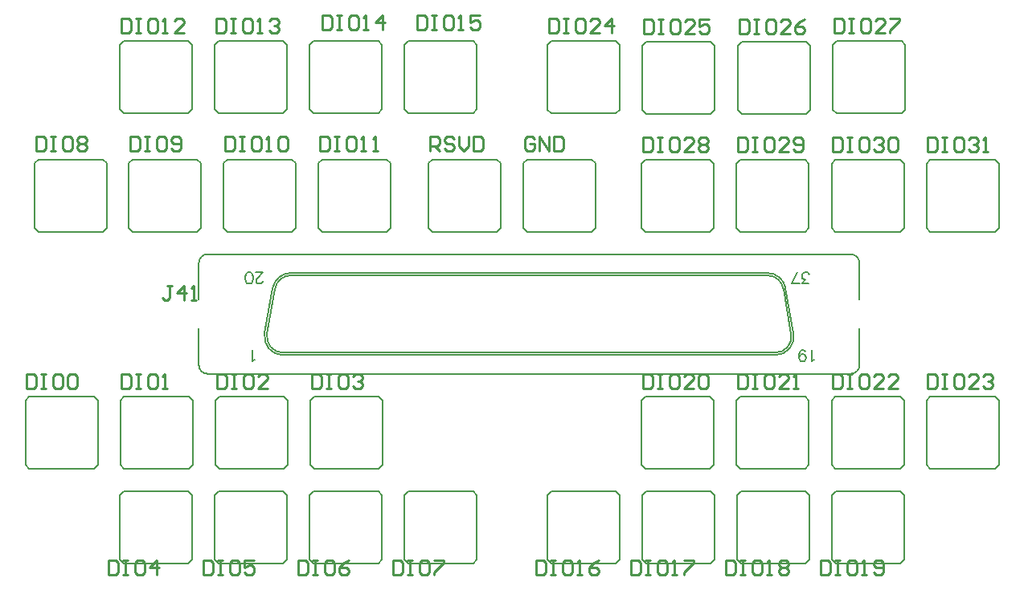
<source format=gto>
G04*
G04 #@! TF.GenerationSoftware,Altium Limited,Altium Designer,19.1.5 (86)*
G04*
G04 Layer_Color=65535*
%FSLAX25Y25*%
%MOIN*%
G70*
G01*
G75*
%ADD10C,0.00787*%
%ADD11C,0.01000*%
D10*
X-104053Y-115470D02*
G03*
X-110651Y-109934I-6598J-1164D01*
G01*
X-107351Y-142034D02*
G03*
X-100753Y-134170I0J6700D01*
G01*
X-318140D02*
G03*
X-311542Y-142034I6598J-1164D01*
G01*
X-308242Y-109934D02*
G03*
X-314840Y-115470I0J-6700D01*
G01*
X-103068Y-115296D02*
G03*
X-110651Y-108934I-7583J-1338D01*
G01*
X-107351Y-143034D02*
G03*
X-99768Y-133996I0J7700D01*
G01*
X-319124D02*
G03*
X-311542Y-143034I7583J-1338D01*
G01*
X-308242Y-108934D02*
G03*
X-315824Y-115296I0J-7700D01*
G01*
X-75995Y-150784D02*
G03*
X-72495Y-147284I0J3500D01*
G01*
Y-104684D02*
G03*
X-75995Y-101184I-3500J-0D01*
G01*
X-342897Y-101184D02*
G03*
X-346397Y-104684I0J-3500D01*
G01*
X-346397Y-147284D02*
G03*
X-342897Y-150784I3500J0D01*
G01*
X-259449Y-199567D02*
X-232677D01*
Y-229567D02*
X-231063Y-227953D01*
X-261063D02*
Y-201181D01*
Y-227953D02*
X-259449Y-229567D01*
X-232677Y-199567D02*
X-231063Y-201181D01*
X-261063D02*
X-259449Y-199567D01*
Y-229567D02*
X-232677D01*
X-231063Y-227953D02*
Y-201181D01*
X-93425Y-188740D02*
Y-161968D01*
X-121811Y-190354D02*
X-95039D01*
X-123425Y-161968D02*
X-121811Y-160354D01*
X-95039D02*
X-93425Y-161968D01*
X-123425Y-188740D02*
X-121811Y-190354D01*
X-123425Y-188740D02*
Y-161968D01*
X-95039Y-190354D02*
X-93425Y-188740D01*
X-121811Y-160354D02*
X-95039D01*
X-53425Y-41102D02*
Y-14331D01*
X-81811Y-42716D02*
X-55039D01*
X-83425Y-14331D02*
X-81811Y-12716D01*
X-55039D02*
X-53425Y-14331D01*
X-83425Y-41102D02*
X-81811Y-42716D01*
X-83425Y-41102D02*
Y-14331D01*
X-55039Y-42716D02*
X-53425Y-41102D01*
X-81811Y-12716D02*
X-55039D01*
X-53898Y-227953D02*
Y-201181D01*
X-82284Y-229567D02*
X-55512D01*
X-83898Y-201181D02*
X-82284Y-199567D01*
X-55512D02*
X-53898Y-201181D01*
X-83898Y-227953D02*
X-82284Y-229567D01*
X-83898Y-227953D02*
Y-201181D01*
X-55512Y-229567D02*
X-53898Y-227953D01*
X-82284Y-199567D02*
X-55512D01*
X-93268Y-227953D02*
Y-201181D01*
X-121653Y-229567D02*
X-94882D01*
X-123268Y-201181D02*
X-121653Y-199567D01*
X-94882D02*
X-93268Y-201181D01*
X-123268Y-227953D02*
X-121653Y-229567D01*
X-123268Y-227953D02*
Y-201181D01*
X-94882Y-229567D02*
X-93268Y-227953D01*
X-121653Y-199567D02*
X-94882D01*
X-132638Y-227953D02*
Y-201181D01*
X-161024Y-229567D02*
X-134252D01*
X-162638Y-201181D02*
X-161024Y-199567D01*
X-134252D02*
X-132638Y-201181D01*
X-162638Y-227953D02*
X-161024Y-229567D01*
X-162638Y-227953D02*
Y-201181D01*
X-134252Y-229567D02*
X-132638Y-227953D01*
X-161024Y-199567D02*
X-134252D01*
X-172008Y-227953D02*
Y-201181D01*
X-200394Y-229567D02*
X-173622D01*
X-202008Y-201181D02*
X-200394Y-199567D01*
X-173622D02*
X-172008Y-201181D01*
X-202008Y-227953D02*
X-200394Y-229567D01*
X-202008Y-227953D02*
Y-201181D01*
X-173622Y-229567D02*
X-172008Y-227953D01*
X-200394Y-199567D02*
X-173622D01*
X-270433Y-227953D02*
Y-201181D01*
X-298819Y-229567D02*
X-272047D01*
X-300433Y-201181D02*
X-298819Y-199567D01*
X-272047D02*
X-270433Y-201181D01*
X-300433Y-227953D02*
X-298819Y-229567D01*
X-300433Y-227953D02*
Y-201181D01*
X-272047Y-229567D02*
X-270433Y-227953D01*
X-298819Y-199567D02*
X-272047D01*
X-309803Y-227953D02*
Y-201181D01*
X-338189Y-229567D02*
X-311417D01*
X-339803Y-201181D02*
X-338189Y-199567D01*
X-311417D02*
X-309803Y-201181D01*
X-339803Y-227953D02*
X-338189Y-229567D01*
X-339803Y-227953D02*
Y-201181D01*
X-311417Y-229567D02*
X-309803Y-227953D01*
X-338189Y-199567D02*
X-311417D01*
X-349173Y-227953D02*
Y-201181D01*
X-377559Y-229567D02*
X-350787D01*
X-379173Y-201181D02*
X-377559Y-199567D01*
X-350787D02*
X-349173Y-201181D01*
X-379173Y-227953D02*
X-377559Y-229567D01*
X-379173Y-227953D02*
Y-201181D01*
X-350787Y-229567D02*
X-349173Y-227953D01*
X-377559Y-199567D02*
X-350787D01*
X-231063Y-40945D02*
Y-14173D01*
X-259449Y-42559D02*
X-232677D01*
X-261063Y-14173D02*
X-259449Y-12559D01*
X-232677D02*
X-231063Y-14173D01*
X-261063Y-40945D02*
X-259449Y-42559D01*
X-261063Y-40945D02*
Y-14173D01*
X-232677Y-42559D02*
X-231063Y-40945D01*
X-259449Y-12559D02*
X-232677D01*
X-270433Y-40945D02*
Y-14173D01*
X-298819Y-42559D02*
X-272047D01*
X-300433Y-14173D02*
X-298819Y-12559D01*
X-272047D02*
X-270433Y-14173D01*
X-300433Y-40945D02*
X-298819Y-42559D01*
X-300433Y-40945D02*
Y-14173D01*
X-272047Y-42559D02*
X-270433Y-40945D01*
X-298819Y-12559D02*
X-272047D01*
X-104053Y-115470D02*
X-100753Y-134170D01*
X-311542Y-142034D02*
X-107351D01*
X-318140Y-134170D02*
X-314840Y-115470D01*
X-308242Y-109934D02*
X-110651D01*
X-103068Y-115296D02*
X-99768Y-133996D01*
X-311542Y-143034D02*
X-107351D01*
X-319124Y-133996D02*
X-315824Y-115296D01*
X-308242Y-108934D02*
X-110651D01*
X-342897Y-101184D02*
X-75995D01*
X-342897Y-150784D02*
X-75995D01*
X-346397Y-147284D02*
Y-131890D01*
X-72495Y-147284D02*
Y-131890D01*
Y-120079D02*
Y-104684D01*
X-346397Y-120079D02*
Y-104684D01*
X-298661Y-160354D02*
X-271890D01*
Y-190354D02*
X-270276Y-188740D01*
X-300276D02*
Y-161968D01*
Y-188740D02*
X-298661Y-190354D01*
X-271890Y-160354D02*
X-270276Y-161968D01*
X-300276D02*
X-298661Y-160354D01*
Y-190354D02*
X-271890D01*
X-270276Y-188740D02*
Y-161968D01*
X-338032Y-160354D02*
X-311260D01*
Y-190354D02*
X-309646Y-188740D01*
X-339646D02*
Y-161968D01*
Y-188740D02*
X-338032Y-190354D01*
X-311260Y-160354D02*
X-309646Y-161968D01*
X-339646D02*
X-338032Y-160354D01*
Y-190354D02*
X-311260D01*
X-309646Y-188740D02*
Y-161968D01*
X-377401Y-160354D02*
X-350630D01*
Y-190354D02*
X-349016Y-188740D01*
X-379016D02*
Y-161968D01*
Y-188740D02*
X-377401Y-190354D01*
X-350630Y-160354D02*
X-349016Y-161968D01*
X-379016D02*
X-377401Y-160354D01*
Y-190354D02*
X-350630D01*
X-349016Y-188740D02*
Y-161968D01*
X-416772Y-160354D02*
X-390000D01*
Y-190354D02*
X-388386Y-188740D01*
X-418386D02*
Y-161968D01*
Y-188740D02*
X-416772Y-190354D01*
X-390000Y-160354D02*
X-388386Y-161968D01*
X-418386D02*
X-416772Y-160354D01*
Y-190354D02*
X-390000D01*
X-388386Y-188740D02*
Y-161968D01*
X-295197Y-61772D02*
X-268425D01*
Y-91772D02*
X-266811Y-90157D01*
X-296811D02*
Y-63386D01*
Y-90157D02*
X-295197Y-91772D01*
X-268425Y-61772D02*
X-266811Y-63386D01*
X-296811D02*
X-295197Y-61772D01*
Y-91772D02*
X-268425D01*
X-266811Y-90157D02*
Y-63386D01*
X-334567Y-61772D02*
X-307795D01*
Y-91772D02*
X-306181Y-90157D01*
X-336181D02*
Y-63386D01*
Y-90157D02*
X-334567Y-91772D01*
X-307795Y-61772D02*
X-306181Y-63386D01*
X-336181D02*
X-334567Y-61772D01*
Y-91772D02*
X-307795D01*
X-306181Y-90157D02*
Y-63386D01*
X-373937Y-61772D02*
X-347165D01*
Y-91772D02*
X-345551Y-90157D01*
X-375551D02*
Y-63386D01*
Y-90157D02*
X-373937Y-91772D01*
X-347165Y-61772D02*
X-345551Y-63386D01*
X-375551D02*
X-373937Y-61772D01*
Y-91772D02*
X-347165D01*
X-345551Y-90157D02*
Y-63386D01*
X-412992Y-61772D02*
X-386221D01*
Y-91772D02*
X-384606Y-90157D01*
X-414606D02*
Y-63386D01*
Y-90157D02*
X-412992Y-91772D01*
X-386221Y-61772D02*
X-384606Y-63386D01*
X-414606D02*
X-412992Y-61772D01*
Y-91772D02*
X-386221D01*
X-384606Y-90157D02*
Y-63386D01*
X-338189Y-12559D02*
X-311417D01*
Y-42559D02*
X-309803Y-40945D01*
X-339803D02*
Y-14173D01*
Y-40945D02*
X-338189Y-42559D01*
X-311417Y-12559D02*
X-309803Y-14173D01*
X-339803D02*
X-338189Y-12559D01*
Y-42559D02*
X-311417D01*
X-309803Y-40945D02*
Y-14173D01*
X-377559Y-12559D02*
X-350787D01*
Y-42559D02*
X-349173Y-40945D01*
X-379173D02*
Y-14173D01*
Y-40945D02*
X-377559Y-42559D01*
X-350787Y-12559D02*
X-349173Y-14173D01*
X-379173D02*
X-377559Y-12559D01*
Y-42559D02*
X-350787D01*
X-349173Y-40945D02*
Y-14173D01*
X-43071Y-160354D02*
X-16299D01*
Y-190354D02*
X-14685Y-188740D01*
X-44685D02*
Y-161968D01*
Y-188740D02*
X-43071Y-190354D01*
X-16299Y-160354D02*
X-14685Y-161968D01*
X-44685D02*
X-43071Y-160354D01*
Y-190354D02*
X-16299D01*
X-14685Y-188740D02*
Y-161968D01*
X-82441Y-160354D02*
X-55669D01*
Y-190354D02*
X-54055Y-188740D01*
X-84055D02*
Y-161968D01*
Y-188740D02*
X-82441Y-190354D01*
X-55669Y-160354D02*
X-54055Y-161968D01*
X-84055D02*
X-82441Y-160354D01*
Y-190354D02*
X-55669D01*
X-54055Y-188740D02*
Y-161968D01*
X-161181Y-160354D02*
X-134410D01*
Y-190354D02*
X-132796Y-188740D01*
X-162795D02*
Y-161968D01*
Y-188740D02*
X-161181Y-190354D01*
X-134410Y-160354D02*
X-132796Y-161968D01*
X-162795D02*
X-161181Y-160354D01*
Y-190354D02*
X-134410D01*
X-132796Y-188740D02*
Y-161968D01*
X-121181Y-13031D02*
X-94409D01*
Y-43031D02*
X-92795Y-41417D01*
X-122795D02*
Y-14646D01*
Y-41417D02*
X-121181Y-43031D01*
X-94409Y-13031D02*
X-92795Y-14646D01*
X-122795D02*
X-121181Y-13031D01*
Y-43031D02*
X-94409D01*
X-92795Y-41417D02*
Y-14646D01*
X-160866Y-13031D02*
X-134095D01*
Y-43031D02*
X-132480Y-41417D01*
X-162480D02*
Y-14646D01*
Y-41417D02*
X-160866Y-43031D01*
X-134095Y-13031D02*
X-132480Y-14646D01*
X-162480D02*
X-160866Y-13031D01*
Y-43031D02*
X-134095D01*
X-132480Y-41417D02*
Y-14646D01*
X-200236Y-12716D02*
X-173465D01*
Y-42716D02*
X-171850Y-41102D01*
X-201850D02*
Y-14331D01*
Y-41102D02*
X-200236Y-42716D01*
X-173465Y-12716D02*
X-171850Y-14331D01*
X-201850D02*
X-200236Y-12716D01*
Y-42716D02*
X-173465D01*
X-171850Y-41102D02*
Y-14331D01*
X-43071Y-61929D02*
X-16299D01*
Y-91929D02*
X-14685Y-90315D01*
X-44685D02*
Y-63543D01*
Y-90315D02*
X-43071Y-91929D01*
X-16299Y-61929D02*
X-14685Y-63543D01*
X-44685D02*
X-43071Y-61929D01*
Y-91929D02*
X-16299D01*
X-14685Y-90315D02*
Y-63543D01*
X-82441Y-61929D02*
X-55669D01*
Y-91929D02*
X-54055Y-90315D01*
X-84055D02*
Y-63543D01*
Y-90315D02*
X-82441Y-91929D01*
X-55669Y-61929D02*
X-54055Y-63543D01*
X-84055D02*
X-82441Y-61929D01*
Y-91929D02*
X-55669D01*
X-54055Y-90315D02*
Y-63543D01*
X-121811Y-61929D02*
X-95039D01*
Y-91929D02*
X-93425Y-90315D01*
X-123425D02*
Y-63543D01*
Y-90315D02*
X-121811Y-91929D01*
X-95039Y-61929D02*
X-93425Y-63543D01*
X-123425D02*
X-121811Y-61929D01*
Y-91929D02*
X-95039D01*
X-93425Y-90315D02*
Y-63543D01*
X-161181Y-61929D02*
X-134410D01*
Y-91929D02*
X-132796Y-90315D01*
X-162795D02*
Y-63543D01*
Y-90315D02*
X-161181Y-91929D01*
X-134410Y-61929D02*
X-132796Y-63543D01*
X-162795D02*
X-161181Y-61929D01*
Y-91929D02*
X-134410D01*
X-132796Y-90315D02*
Y-63543D01*
X-249606Y-61772D02*
X-222835D01*
Y-91772D02*
X-221220Y-90157D01*
X-251220D02*
Y-63386D01*
Y-90157D02*
X-249606Y-91772D01*
X-222835Y-61772D02*
X-221220Y-63386D01*
X-251220D02*
X-249606Y-61772D01*
Y-91772D02*
X-222835D01*
X-221220Y-90157D02*
Y-63386D01*
X-210236Y-61772D02*
X-183465D01*
Y-91772D02*
X-181850Y-90157D01*
X-211850D02*
Y-63386D01*
Y-90157D02*
X-210236Y-91772D01*
X-183465Y-61772D02*
X-181850Y-63386D01*
X-211850D02*
X-210236Y-61772D01*
Y-91772D02*
X-183465D01*
X-181850Y-90157D02*
Y-63386D01*
X-320026Y-112260D02*
Y-112485D01*
X-320251Y-112935D01*
X-320476Y-113160D01*
X-320925Y-113385D01*
X-321825D01*
X-322275Y-113160D01*
X-322500Y-112935D01*
X-322725Y-112485D01*
Y-112035D01*
X-322500Y-111585D01*
X-322050Y-110911D01*
X-319801Y-108661D01*
X-322950D01*
X-325356Y-113385D02*
X-324682Y-113160D01*
X-324232Y-112485D01*
X-324007Y-111361D01*
Y-110686D01*
X-324232Y-109561D01*
X-324682Y-108886D01*
X-325356Y-108661D01*
X-325806D01*
X-326481Y-108886D01*
X-326931Y-109561D01*
X-327156Y-110686D01*
Y-111361D01*
X-326931Y-112485D01*
X-326481Y-113160D01*
X-325806Y-113385D01*
X-325356D01*
X-91213Y-144769D02*
X-91663Y-144993D01*
X-92338Y-145668D01*
Y-140945D01*
X-97601Y-144094D02*
X-97376Y-143419D01*
X-96926Y-142969D01*
X-96251Y-142744D01*
X-96026D01*
X-95351Y-142969D01*
X-94902Y-143419D01*
X-94677Y-144094D01*
Y-144319D01*
X-94902Y-144993D01*
X-95351Y-145443D01*
X-96026Y-145668D01*
X-96251D01*
X-96926Y-145443D01*
X-97376Y-144993D01*
X-97601Y-144094D01*
Y-142969D01*
X-97376Y-141844D01*
X-96926Y-141170D01*
X-96251Y-140945D01*
X-95801D01*
X-95127Y-141170D01*
X-94902Y-141620D01*
X-93631Y-113385D02*
X-96105D01*
X-94756Y-111585D01*
X-95431D01*
X-95881Y-111361D01*
X-96105Y-111135D01*
X-96330Y-110461D01*
Y-110011D01*
X-96105Y-109336D01*
X-95656Y-108886D01*
X-94981Y-108661D01*
X-94306D01*
X-93631Y-108886D01*
X-93406Y-109111D01*
X-93181Y-109561D01*
X-100537Y-113385D02*
X-98287Y-108661D01*
X-97387Y-113385D02*
X-100537D01*
X-323147Y-144769D02*
X-323597Y-144993D01*
X-324272Y-145668D01*
Y-140945D01*
D11*
X-265748Y-228254D02*
Y-234252D01*
X-262749D01*
X-261749Y-233252D01*
Y-229254D01*
X-262749Y-228254D01*
X-265748D01*
X-259750D02*
X-257751D01*
X-258750D01*
Y-234252D01*
X-259750D01*
X-257751D01*
X-251752Y-228254D02*
X-253752D01*
X-254752Y-229254D01*
Y-233252D01*
X-253752Y-234252D01*
X-251752D01*
X-250753Y-233252D01*
Y-229254D01*
X-251752Y-228254D01*
X-248753D02*
X-244755D01*
Y-229254D01*
X-248753Y-233252D01*
Y-234252D01*
X-122806Y-150962D02*
Y-156960D01*
X-119807D01*
X-118808Y-155960D01*
Y-151961D01*
X-119807Y-150962D01*
X-122806D01*
X-116808D02*
X-114809D01*
X-115808D01*
Y-156960D01*
X-116808D01*
X-114809D01*
X-108811Y-150962D02*
X-110810D01*
X-111810Y-151961D01*
Y-155960D01*
X-110810Y-156960D01*
X-108811D01*
X-107811Y-155960D01*
Y-151961D01*
X-108811Y-150962D01*
X-101813Y-156960D02*
X-105812D01*
X-101813Y-152961D01*
Y-151961D01*
X-102813Y-150962D01*
X-104812D01*
X-105812Y-151961D01*
X-99814Y-156960D02*
X-97814D01*
X-98814D01*
Y-150962D01*
X-99814Y-151961D01*
X-357476Y-114386D02*
X-359475D01*
X-358475D01*
Y-119385D01*
X-359475Y-120384D01*
X-360475D01*
X-361474Y-119385D01*
X-352477Y-120384D02*
Y-114386D01*
X-355476Y-117385D01*
X-351478D01*
X-349478Y-120384D02*
X-347479D01*
X-348479D01*
Y-114386D01*
X-349478Y-115386D01*
X-250606Y-58360D02*
Y-52362D01*
X-247607D01*
X-246608Y-53361D01*
Y-55361D01*
X-247607Y-56361D01*
X-250606D01*
X-248607D02*
X-246608Y-58360D01*
X-240610Y-53361D02*
X-241609Y-52362D01*
X-243608D01*
X-244608Y-53361D01*
Y-54361D01*
X-243608Y-55361D01*
X-241609D01*
X-240610Y-56361D01*
Y-57360D01*
X-241609Y-58360D01*
X-243608D01*
X-244608Y-57360D01*
X-238610Y-52362D02*
Y-56361D01*
X-236611Y-58360D01*
X-234611Y-56361D01*
Y-52362D01*
X-232612D02*
Y-58360D01*
X-229613D01*
X-228613Y-57360D01*
Y-53361D01*
X-229613Y-52362D01*
X-232612D01*
X-207293Y-53404D02*
X-208292Y-52404D01*
X-210292D01*
X-211291Y-53404D01*
Y-57403D01*
X-210292Y-58402D01*
X-208292D01*
X-207293Y-57403D01*
Y-55403D01*
X-209292D01*
X-205293Y-58402D02*
Y-52404D01*
X-201295Y-58402D01*
Y-52404D01*
X-199295D02*
Y-58402D01*
X-196296D01*
X-195297Y-57403D01*
Y-53404D01*
X-196296Y-52404D01*
X-199295D01*
X-44106Y-52562D02*
Y-58560D01*
X-41107D01*
X-40108Y-57560D01*
Y-53561D01*
X-41107Y-52562D01*
X-44106D01*
X-38108D02*
X-36109D01*
X-37108D01*
Y-58560D01*
X-38108D01*
X-36109D01*
X-30111Y-52562D02*
X-32110D01*
X-33110Y-53561D01*
Y-57560D01*
X-32110Y-58560D01*
X-30111D01*
X-29111Y-57560D01*
Y-53561D01*
X-30111Y-52562D01*
X-27112Y-53561D02*
X-26112Y-52562D01*
X-24113D01*
X-23113Y-53561D01*
Y-54561D01*
X-24113Y-55561D01*
X-25112D01*
X-24113D01*
X-23113Y-56560D01*
Y-57560D01*
X-24113Y-58560D01*
X-26112D01*
X-27112Y-57560D01*
X-21114Y-58560D02*
X-19114D01*
X-20114D01*
Y-52562D01*
X-21114Y-53561D01*
X-83406Y-52562D02*
Y-58560D01*
X-80407D01*
X-79408Y-57560D01*
Y-53561D01*
X-80407Y-52562D01*
X-83406D01*
X-77408D02*
X-75409D01*
X-76408D01*
Y-58560D01*
X-77408D01*
X-75409D01*
X-69411Y-52562D02*
X-71410D01*
X-72410Y-53561D01*
Y-57560D01*
X-71410Y-58560D01*
X-69411D01*
X-68411Y-57560D01*
Y-53561D01*
X-69411Y-52562D01*
X-66412Y-53561D02*
X-65412Y-52562D01*
X-63413D01*
X-62413Y-53561D01*
Y-54561D01*
X-63413Y-55561D01*
X-64412D01*
X-63413D01*
X-62413Y-56560D01*
Y-57560D01*
X-63413Y-58560D01*
X-65412D01*
X-66412Y-57560D01*
X-60414Y-53561D02*
X-59414Y-52562D01*
X-57415D01*
X-56415Y-53561D01*
Y-57560D01*
X-57415Y-58560D01*
X-59414D01*
X-60414Y-57560D01*
Y-53561D01*
X-122806Y-52562D02*
Y-58560D01*
X-119807D01*
X-118808Y-57560D01*
Y-53561D01*
X-119807Y-52562D01*
X-122806D01*
X-116808D02*
X-114809D01*
X-115808D01*
Y-58560D01*
X-116808D01*
X-114809D01*
X-108811Y-52562D02*
X-110810D01*
X-111810Y-53561D01*
Y-57560D01*
X-110810Y-58560D01*
X-108811D01*
X-107811Y-57560D01*
Y-53561D01*
X-108811Y-52562D01*
X-101813Y-58560D02*
X-105812D01*
X-101813Y-54561D01*
Y-53561D01*
X-102813Y-52562D01*
X-104812D01*
X-105812Y-53561D01*
X-99814Y-57560D02*
X-98814Y-58560D01*
X-96815D01*
X-95815Y-57560D01*
Y-53561D01*
X-96815Y-52562D01*
X-98814D01*
X-99814Y-53561D01*
Y-54561D01*
X-98814Y-55561D01*
X-95815D01*
X-162206Y-52562D02*
Y-58560D01*
X-159207D01*
X-158208Y-57560D01*
Y-53561D01*
X-159207Y-52562D01*
X-162206D01*
X-156208D02*
X-154209D01*
X-155209D01*
Y-58560D01*
X-156208D01*
X-154209D01*
X-148211Y-52562D02*
X-150210D01*
X-151210Y-53561D01*
Y-57560D01*
X-150210Y-58560D01*
X-148211D01*
X-147211Y-57560D01*
Y-53561D01*
X-148211Y-52562D01*
X-141213Y-58560D02*
X-145212D01*
X-141213Y-54561D01*
Y-53561D01*
X-142213Y-52562D01*
X-144212D01*
X-145212Y-53561D01*
X-139214D02*
X-138214Y-52562D01*
X-136215D01*
X-135215Y-53561D01*
Y-54561D01*
X-136215Y-55561D01*
X-135215Y-56560D01*
Y-57560D01*
X-136215Y-58560D01*
X-138214D01*
X-139214Y-57560D01*
Y-56560D01*
X-138214Y-55561D01*
X-139214Y-54561D01*
Y-53561D01*
X-138214Y-55561D02*
X-136215D01*
X-82806Y-3362D02*
Y-9360D01*
X-79807D01*
X-78808Y-8360D01*
Y-4361D01*
X-79807Y-3362D01*
X-82806D01*
X-76808D02*
X-74809D01*
X-75809D01*
Y-9360D01*
X-76808D01*
X-74809D01*
X-68811Y-3362D02*
X-70810D01*
X-71810Y-4361D01*
Y-8360D01*
X-70810Y-9360D01*
X-68811D01*
X-67811Y-8360D01*
Y-4361D01*
X-68811Y-3362D01*
X-61813Y-9360D02*
X-65812D01*
X-61813Y-5361D01*
Y-4361D01*
X-62813Y-3362D01*
X-64812D01*
X-65812Y-4361D01*
X-59814Y-3362D02*
X-55815D01*
Y-4361D01*
X-59814Y-8360D01*
Y-9360D01*
X-122206Y-3662D02*
Y-9660D01*
X-119207D01*
X-118208Y-8660D01*
Y-4661D01*
X-119207Y-3662D01*
X-122206D01*
X-116208D02*
X-114209D01*
X-115208D01*
Y-9660D01*
X-116208D01*
X-114209D01*
X-108211Y-3662D02*
X-110210D01*
X-111210Y-4661D01*
Y-8660D01*
X-110210Y-9660D01*
X-108211D01*
X-107211Y-8660D01*
Y-4661D01*
X-108211Y-3662D01*
X-101213Y-9660D02*
X-105212D01*
X-101213Y-5661D01*
Y-4661D01*
X-102213Y-3662D01*
X-104212D01*
X-105212Y-4661D01*
X-95215Y-3662D02*
X-97214Y-4661D01*
X-99214Y-6661D01*
Y-8660D01*
X-98214Y-9660D01*
X-96215D01*
X-95215Y-8660D01*
Y-7660D01*
X-96215Y-6661D01*
X-99214D01*
X-161906Y-3662D02*
Y-9660D01*
X-158907D01*
X-157908Y-8660D01*
Y-4661D01*
X-158907Y-3662D01*
X-161906D01*
X-155908D02*
X-153909D01*
X-154909D01*
Y-9660D01*
X-155908D01*
X-153909D01*
X-147911Y-3662D02*
X-149910D01*
X-150910Y-4661D01*
Y-8660D01*
X-149910Y-9660D01*
X-147911D01*
X-146911Y-8660D01*
Y-4661D01*
X-147911Y-3662D01*
X-140913Y-9660D02*
X-144912D01*
X-140913Y-5661D01*
Y-4661D01*
X-141913Y-3662D01*
X-143912D01*
X-144912Y-4661D01*
X-134915Y-3662D02*
X-138914D01*
Y-6661D01*
X-136914Y-5661D01*
X-135915D01*
X-134915Y-6661D01*
Y-8660D01*
X-135915Y-9660D01*
X-137914D01*
X-138914Y-8660D01*
X-201206Y-3362D02*
Y-9360D01*
X-198207D01*
X-197208Y-8360D01*
Y-4361D01*
X-198207Y-3362D01*
X-201206D01*
X-195208D02*
X-193209D01*
X-194209D01*
Y-9360D01*
X-195208D01*
X-193209D01*
X-187211Y-3362D02*
X-189210D01*
X-190210Y-4361D01*
Y-8360D01*
X-189210Y-9360D01*
X-187211D01*
X-186211Y-8360D01*
Y-4361D01*
X-187211Y-3362D01*
X-180213Y-9360D02*
X-184212D01*
X-180213Y-5361D01*
Y-4361D01*
X-181213Y-3362D01*
X-183212D01*
X-184212Y-4361D01*
X-175215Y-9360D02*
Y-3362D01*
X-178214Y-6361D01*
X-174215D01*
X-44106Y-150962D02*
Y-156960D01*
X-41107D01*
X-40108Y-155960D01*
Y-151961D01*
X-41107Y-150962D01*
X-44106D01*
X-38108D02*
X-36109D01*
X-37108D01*
Y-156960D01*
X-38108D01*
X-36109D01*
X-30111Y-150962D02*
X-32110D01*
X-33110Y-151961D01*
Y-155960D01*
X-32110Y-156960D01*
X-30111D01*
X-29111Y-155960D01*
Y-151961D01*
X-30111Y-150962D01*
X-23113Y-156960D02*
X-27112D01*
X-23113Y-152961D01*
Y-151961D01*
X-24113Y-150962D01*
X-26112D01*
X-27112Y-151961D01*
X-21114D02*
X-20114Y-150962D01*
X-18115D01*
X-17115Y-151961D01*
Y-152961D01*
X-18115Y-153961D01*
X-19114D01*
X-18115D01*
X-17115Y-154960D01*
Y-155960D01*
X-18115Y-156960D01*
X-20114D01*
X-21114Y-155960D01*
X-83406Y-150962D02*
Y-156960D01*
X-80407D01*
X-79408Y-155960D01*
Y-151961D01*
X-80407Y-150962D01*
X-83406D01*
X-77408D02*
X-75409D01*
X-76408D01*
Y-156960D01*
X-77408D01*
X-75409D01*
X-69411Y-150962D02*
X-71410D01*
X-72410Y-151961D01*
Y-155960D01*
X-71410Y-156960D01*
X-69411D01*
X-68411Y-155960D01*
Y-151961D01*
X-69411Y-150962D01*
X-62413Y-156960D02*
X-66412D01*
X-62413Y-152961D01*
Y-151961D01*
X-63413Y-150962D01*
X-65412D01*
X-66412Y-151961D01*
X-56415Y-156960D02*
X-60414D01*
X-56415Y-152961D01*
Y-151961D01*
X-57415Y-150962D01*
X-59414D01*
X-60414Y-151961D01*
X-162206Y-150962D02*
Y-156960D01*
X-159207D01*
X-158208Y-155960D01*
Y-151961D01*
X-159207Y-150962D01*
X-162206D01*
X-156208D02*
X-154209D01*
X-155209D01*
Y-156960D01*
X-156208D01*
X-154209D01*
X-148211Y-150962D02*
X-150210D01*
X-151210Y-151961D01*
Y-155960D01*
X-150210Y-156960D01*
X-148211D01*
X-147211Y-155960D01*
Y-151961D01*
X-148211Y-150962D01*
X-141213Y-156960D02*
X-145212D01*
X-141213Y-152961D01*
Y-151961D01*
X-142213Y-150962D01*
X-144212D01*
X-145212Y-151961D01*
X-139214D02*
X-138214Y-150962D01*
X-136215D01*
X-135215Y-151961D01*
Y-155960D01*
X-136215Y-156960D01*
X-138214D01*
X-139214Y-155960D01*
Y-151961D01*
X-88583Y-228254D02*
Y-234252D01*
X-85584D01*
X-84584Y-233252D01*
Y-229254D01*
X-85584Y-228254D01*
X-88583D01*
X-82585D02*
X-80585D01*
X-81585D01*
Y-234252D01*
X-82585D01*
X-80585D01*
X-74587Y-228254D02*
X-76587D01*
X-77586Y-229254D01*
Y-233252D01*
X-76587Y-234252D01*
X-74587D01*
X-73588Y-233252D01*
Y-229254D01*
X-74587Y-228254D01*
X-71588Y-234252D02*
X-69589D01*
X-70588D01*
Y-228254D01*
X-71588Y-229254D01*
X-66590Y-233252D02*
X-65590Y-234252D01*
X-63591D01*
X-62591Y-233252D01*
Y-229254D01*
X-63591Y-228254D01*
X-65590D01*
X-66590Y-229254D01*
Y-230253D01*
X-65590Y-231253D01*
X-62591D01*
X-127953Y-228254D02*
Y-234252D01*
X-124954D01*
X-123954Y-233252D01*
Y-229254D01*
X-124954Y-228254D01*
X-127953D01*
X-121955D02*
X-119955D01*
X-120955D01*
Y-234252D01*
X-121955D01*
X-119955D01*
X-113957Y-228254D02*
X-115957D01*
X-116956Y-229254D01*
Y-233252D01*
X-115957Y-234252D01*
X-113957D01*
X-112958Y-233252D01*
Y-229254D01*
X-113957Y-228254D01*
X-110958Y-234252D02*
X-108959D01*
X-109959D01*
Y-228254D01*
X-110958Y-229254D01*
X-105960D02*
X-104960Y-228254D01*
X-102961D01*
X-101961Y-229254D01*
Y-230253D01*
X-102961Y-231253D01*
X-101961Y-232253D01*
Y-233252D01*
X-102961Y-234252D01*
X-104960D01*
X-105960Y-233252D01*
Y-232253D01*
X-104960Y-231253D01*
X-105960Y-230253D01*
Y-229254D01*
X-104960Y-231253D02*
X-102961D01*
X-167323Y-228254D02*
Y-234252D01*
X-164324D01*
X-163324Y-233252D01*
Y-229254D01*
X-164324Y-228254D01*
X-167323D01*
X-161325D02*
X-159325D01*
X-160325D01*
Y-234252D01*
X-161325D01*
X-159325D01*
X-153327Y-228254D02*
X-155327D01*
X-156326Y-229254D01*
Y-233252D01*
X-155327Y-234252D01*
X-153327D01*
X-152328Y-233252D01*
Y-229254D01*
X-153327Y-228254D01*
X-150328Y-234252D02*
X-148329D01*
X-149329D01*
Y-228254D01*
X-150328Y-229254D01*
X-145330Y-228254D02*
X-141331D01*
Y-229254D01*
X-145330Y-233252D01*
Y-234252D01*
X-206693Y-228254D02*
Y-234252D01*
X-203694D01*
X-202694Y-233252D01*
Y-229254D01*
X-203694Y-228254D01*
X-206693D01*
X-200695D02*
X-198696D01*
X-199695D01*
Y-234252D01*
X-200695D01*
X-198696D01*
X-192697Y-228254D02*
X-194697D01*
X-195696Y-229254D01*
Y-233252D01*
X-194697Y-234252D01*
X-192697D01*
X-191698Y-233252D01*
Y-229254D01*
X-192697Y-228254D01*
X-189698Y-234252D02*
X-187699D01*
X-188699D01*
Y-228254D01*
X-189698Y-229254D01*
X-180701Y-228254D02*
X-182701Y-229254D01*
X-184700Y-231253D01*
Y-233252D01*
X-183700Y-234252D01*
X-181701D01*
X-180701Y-233252D01*
Y-232253D01*
X-181701Y-231253D01*
X-184700D01*
X-255906Y-1876D02*
Y-7874D01*
X-252906D01*
X-251907Y-6874D01*
Y-2876D01*
X-252906Y-1876D01*
X-255906D01*
X-249907D02*
X-247908D01*
X-248908D01*
Y-7874D01*
X-249907D01*
X-247908D01*
X-241910Y-1876D02*
X-243909D01*
X-244909Y-2876D01*
Y-6874D01*
X-243909Y-7874D01*
X-241910D01*
X-240910Y-6874D01*
Y-2876D01*
X-241910Y-1876D01*
X-238911Y-7874D02*
X-236912D01*
X-237911D01*
Y-1876D01*
X-238911Y-2876D01*
X-229914Y-1876D02*
X-233913D01*
Y-4875D01*
X-231913Y-3875D01*
X-230914D01*
X-229914Y-4875D01*
Y-6874D01*
X-230914Y-7874D01*
X-232913D01*
X-233913Y-6874D01*
X-295276Y-1876D02*
Y-7874D01*
X-292277D01*
X-291277Y-6874D01*
Y-2876D01*
X-292277Y-1876D01*
X-295276D01*
X-289278D02*
X-287278D01*
X-288278D01*
Y-7874D01*
X-289278D01*
X-287278D01*
X-281280Y-1876D02*
X-283279D01*
X-284279Y-2876D01*
Y-6874D01*
X-283279Y-7874D01*
X-281280D01*
X-280280Y-6874D01*
Y-2876D01*
X-281280Y-1876D01*
X-278281Y-7874D02*
X-276282D01*
X-277281D01*
Y-1876D01*
X-278281Y-2876D01*
X-270284Y-7874D02*
Y-1876D01*
X-273283Y-4875D01*
X-269284D01*
X-339206Y-3162D02*
Y-9160D01*
X-336207D01*
X-335208Y-8160D01*
Y-4161D01*
X-336207Y-3162D01*
X-339206D01*
X-333208D02*
X-331209D01*
X-332208D01*
Y-9160D01*
X-333208D01*
X-331209D01*
X-325211Y-3162D02*
X-327210D01*
X-328210Y-4161D01*
Y-8160D01*
X-327210Y-9160D01*
X-325211D01*
X-324211Y-8160D01*
Y-4161D01*
X-325211Y-3162D01*
X-322212Y-9160D02*
X-320212D01*
X-321212D01*
Y-3162D01*
X-322212Y-4161D01*
X-317213D02*
X-316214Y-3162D01*
X-314214D01*
X-313215Y-4161D01*
Y-5161D01*
X-314214Y-6161D01*
X-315214D01*
X-314214D01*
X-313215Y-7160D01*
Y-8160D01*
X-314214Y-9160D01*
X-316214D01*
X-317213Y-8160D01*
X-378606Y-3162D02*
Y-9160D01*
X-375607D01*
X-374608Y-8160D01*
Y-4161D01*
X-375607Y-3162D01*
X-378606D01*
X-372608D02*
X-370609D01*
X-371608D01*
Y-9160D01*
X-372608D01*
X-370609D01*
X-364611Y-3162D02*
X-366610D01*
X-367610Y-4161D01*
Y-8160D01*
X-366610Y-9160D01*
X-364611D01*
X-363611Y-8160D01*
Y-4161D01*
X-364611Y-3162D01*
X-361612Y-9160D02*
X-359612D01*
X-360612D01*
Y-3162D01*
X-361612Y-4161D01*
X-352615Y-9160D02*
X-356613D01*
X-352615Y-5161D01*
Y-4161D01*
X-353614Y-3162D01*
X-355614D01*
X-356613Y-4161D01*
X-296206Y-52362D02*
Y-58360D01*
X-293207D01*
X-292208Y-57360D01*
Y-53361D01*
X-293207Y-52362D01*
X-296206D01*
X-290208D02*
X-288209D01*
X-289209D01*
Y-58360D01*
X-290208D01*
X-288209D01*
X-282211Y-52362D02*
X-284210D01*
X-285210Y-53361D01*
Y-57360D01*
X-284210Y-58360D01*
X-282211D01*
X-281211Y-57360D01*
Y-53361D01*
X-282211Y-52362D01*
X-279212Y-58360D02*
X-277212D01*
X-278212D01*
Y-52362D01*
X-279212Y-53361D01*
X-274213Y-58360D02*
X-272214D01*
X-273214D01*
Y-52362D01*
X-274213Y-53361D01*
X-335606Y-52362D02*
Y-58360D01*
X-332607D01*
X-331608Y-57360D01*
Y-53361D01*
X-332607Y-52362D01*
X-335606D01*
X-329608D02*
X-327609D01*
X-328608D01*
Y-58360D01*
X-329608D01*
X-327609D01*
X-321611Y-52362D02*
X-323610D01*
X-324610Y-53361D01*
Y-57360D01*
X-323610Y-58360D01*
X-321611D01*
X-320611Y-57360D01*
Y-53361D01*
X-321611Y-52362D01*
X-318612Y-58360D02*
X-316612D01*
X-317612D01*
Y-52362D01*
X-318612Y-53361D01*
X-313613D02*
X-312614Y-52362D01*
X-310614D01*
X-309615Y-53361D01*
Y-57360D01*
X-310614Y-58360D01*
X-312614D01*
X-313613Y-57360D01*
Y-53361D01*
X-374906Y-52362D02*
Y-58360D01*
X-371907D01*
X-370908Y-57360D01*
Y-53361D01*
X-371907Y-52362D01*
X-374906D01*
X-368908D02*
X-366909D01*
X-367909D01*
Y-58360D01*
X-368908D01*
X-366909D01*
X-360911Y-52362D02*
X-362910D01*
X-363910Y-53361D01*
Y-57360D01*
X-362910Y-58360D01*
X-360911D01*
X-359911Y-57360D01*
Y-53361D01*
X-360911Y-52362D01*
X-357912Y-57360D02*
X-356912Y-58360D01*
X-354913D01*
X-353913Y-57360D01*
Y-53361D01*
X-354913Y-52362D01*
X-356912D01*
X-357912Y-53361D01*
Y-54361D01*
X-356912Y-55361D01*
X-353913D01*
X-414006Y-52362D02*
Y-58360D01*
X-411007D01*
X-410008Y-57360D01*
Y-53361D01*
X-411007Y-52362D01*
X-414006D01*
X-408008D02*
X-406009D01*
X-407009D01*
Y-58360D01*
X-408008D01*
X-406009D01*
X-400011Y-52362D02*
X-402010D01*
X-403010Y-53361D01*
Y-57360D01*
X-402010Y-58360D01*
X-400011D01*
X-399011Y-57360D01*
Y-53361D01*
X-400011Y-52362D01*
X-397012Y-53361D02*
X-396012Y-52362D01*
X-394013D01*
X-393013Y-53361D01*
Y-54361D01*
X-394013Y-55361D01*
X-393013Y-56361D01*
Y-57360D01*
X-394013Y-58360D01*
X-396012D01*
X-397012Y-57360D01*
Y-56361D01*
X-396012Y-55361D01*
X-397012Y-54361D01*
Y-53361D01*
X-396012Y-55361D02*
X-394013D01*
X-305118Y-228254D02*
Y-234252D01*
X-302119D01*
X-301119Y-233252D01*
Y-229254D01*
X-302119Y-228254D01*
X-305118D01*
X-299120D02*
X-297121D01*
X-298120D01*
Y-234252D01*
X-299120D01*
X-297121D01*
X-291123Y-228254D02*
X-293122D01*
X-294122Y-229254D01*
Y-233252D01*
X-293122Y-234252D01*
X-291123D01*
X-290123Y-233252D01*
Y-229254D01*
X-291123Y-228254D01*
X-284125D02*
X-286124Y-229254D01*
X-288124Y-231253D01*
Y-233252D01*
X-287124Y-234252D01*
X-285124D01*
X-284125Y-233252D01*
Y-232253D01*
X-285124Y-231253D01*
X-288124D01*
X-344488Y-228254D02*
Y-234252D01*
X-341489D01*
X-340489Y-233252D01*
Y-229254D01*
X-341489Y-228254D01*
X-344488D01*
X-338490D02*
X-336491D01*
X-337490D01*
Y-234252D01*
X-338490D01*
X-336491D01*
X-330493Y-228254D02*
X-332492D01*
X-333492Y-229254D01*
Y-233252D01*
X-332492Y-234252D01*
X-330493D01*
X-329493Y-233252D01*
Y-229254D01*
X-330493Y-228254D01*
X-323495D02*
X-327494D01*
Y-231253D01*
X-325494Y-230253D01*
X-324495D01*
X-323495Y-231253D01*
Y-233252D01*
X-324495Y-234252D01*
X-326494D01*
X-327494Y-233252D01*
X-383858Y-228254D02*
Y-234252D01*
X-380859D01*
X-379859Y-233252D01*
Y-229254D01*
X-380859Y-228254D01*
X-383858D01*
X-377860D02*
X-375861D01*
X-376860D01*
Y-234252D01*
X-377860D01*
X-375861D01*
X-369863Y-228254D02*
X-371862D01*
X-372862Y-229254D01*
Y-233252D01*
X-371862Y-234252D01*
X-369863D01*
X-368863Y-233252D01*
Y-229254D01*
X-369863Y-228254D01*
X-363865Y-234252D02*
Y-228254D01*
X-366864Y-231253D01*
X-362865D01*
X-299706Y-150962D02*
Y-156960D01*
X-296707D01*
X-295708Y-155960D01*
Y-151961D01*
X-296707Y-150962D01*
X-299706D01*
X-293708D02*
X-291709D01*
X-292708D01*
Y-156960D01*
X-293708D01*
X-291709D01*
X-285711Y-150962D02*
X-287710D01*
X-288710Y-151961D01*
Y-155960D01*
X-287710Y-156960D01*
X-285711D01*
X-284711Y-155960D01*
Y-151961D01*
X-285711Y-150962D01*
X-282712Y-151961D02*
X-281712Y-150962D01*
X-279713D01*
X-278713Y-151961D01*
Y-152961D01*
X-279713Y-153961D01*
X-280712D01*
X-279713D01*
X-278713Y-154960D01*
Y-155960D01*
X-279713Y-156960D01*
X-281712D01*
X-282712Y-155960D01*
X-339006Y-150962D02*
Y-156960D01*
X-336007D01*
X-335008Y-155960D01*
Y-151961D01*
X-336007Y-150962D01*
X-339006D01*
X-333008D02*
X-331009D01*
X-332009D01*
Y-156960D01*
X-333008D01*
X-331009D01*
X-325011Y-150962D02*
X-327010D01*
X-328010Y-151961D01*
Y-155960D01*
X-327010Y-156960D01*
X-325011D01*
X-324011Y-155960D01*
Y-151961D01*
X-325011Y-150962D01*
X-318013Y-156960D02*
X-322012D01*
X-318013Y-152961D01*
Y-151961D01*
X-319013Y-150962D01*
X-321012D01*
X-322012Y-151961D01*
X-378406Y-150962D02*
Y-156960D01*
X-375407D01*
X-374408Y-155960D01*
Y-151961D01*
X-375407Y-150962D01*
X-378406D01*
X-372408D02*
X-370409D01*
X-371409D01*
Y-156960D01*
X-372408D01*
X-370409D01*
X-364411Y-150962D02*
X-366410D01*
X-367410Y-151961D01*
Y-155960D01*
X-366410Y-156960D01*
X-364411D01*
X-363411Y-155960D01*
Y-151961D01*
X-364411Y-150962D01*
X-361412Y-156960D02*
X-359412D01*
X-360412D01*
Y-150962D01*
X-361412Y-151961D01*
X-417806Y-150962D02*
Y-156960D01*
X-414807D01*
X-413808Y-155960D01*
Y-151961D01*
X-414807Y-150962D01*
X-417806D01*
X-411808D02*
X-409809D01*
X-410809D01*
Y-156960D01*
X-411808D01*
X-409809D01*
X-403811Y-150962D02*
X-405810D01*
X-406810Y-151961D01*
Y-155960D01*
X-405810Y-156960D01*
X-403811D01*
X-402811Y-155960D01*
Y-151961D01*
X-403811Y-150962D01*
X-400812Y-151961D02*
X-399812Y-150962D01*
X-397813D01*
X-396813Y-151961D01*
Y-155960D01*
X-397813Y-156960D01*
X-399812D01*
X-400812Y-155960D01*
Y-151961D01*
M02*

</source>
